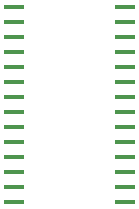
<source format=gbr>
G04 DipTrace 2.4.0.2*
%INTopPaste.gbr*%
%MOIN*%
%ADD44R,0.0707X0.0156*%
%FSLAX44Y44*%
G04*
G70*
G90*
G75*
G01*
%LNTopPaste*%
%LPD*%
D44*
X19590Y36190D3*
Y35690D3*
Y35190D3*
Y34690D3*
Y34190D3*
Y33690D3*
Y33190D3*
Y32690D3*
Y32190D3*
Y31690D3*
Y31190D3*
Y30690D3*
Y30190D3*
Y29690D3*
X23290D3*
Y30190D3*
Y30690D3*
Y31190D3*
Y31690D3*
Y32190D3*
Y32690D3*
Y33190D3*
Y33690D3*
Y34190D3*
Y34690D3*
Y35190D3*
Y35690D3*
Y36190D3*
M02*

</source>
